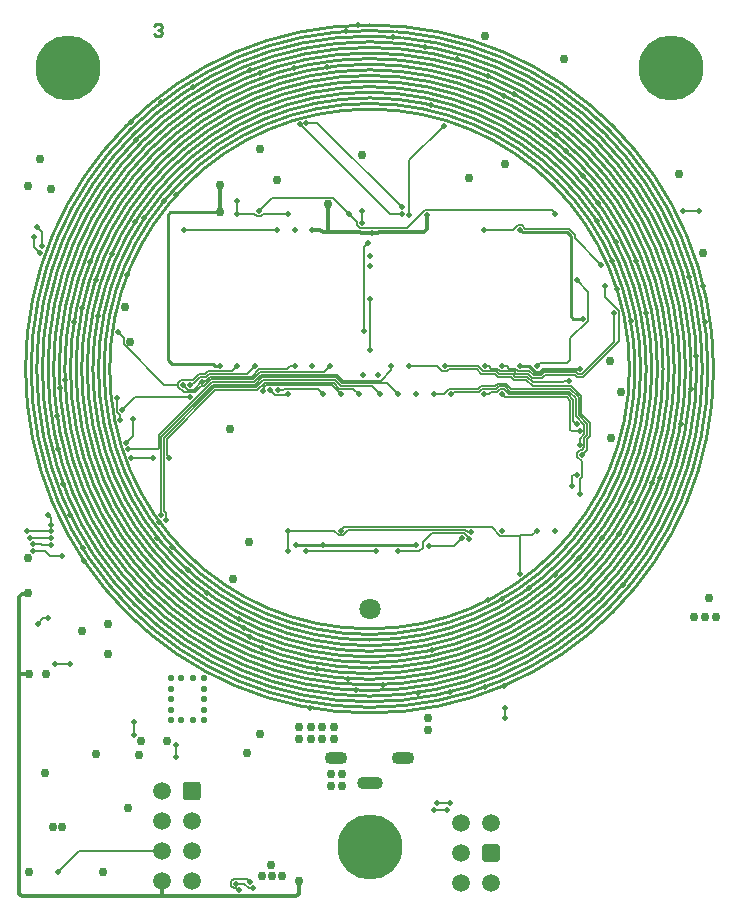
<source format=gbr>
%TF.GenerationSoftware,Altium Limited,Altium Designer,20.1.8 (145)*%
G04 Layer_Physical_Order=3*
G04 Layer_Color=16440176*
%FSLAX44Y44*%
%MOMM*%
%TF.SameCoordinates,136F3CA4-168E-489F-BF15-BD865E51D291*%
%TF.FilePolarity,Positive*%
%TF.FileFunction,Copper,L3,Inr,Signal*%
%TF.Part,Single*%
G01*
G75*
%TA.AperFunction,Conductor*%
%ADD10C,0.1270*%
%ADD11C,0.2540*%
%ADD12C,0.1524*%
%ADD47C,0.3048*%
%ADD48C,0.2032*%
%TA.AperFunction,NonConductor*%
%ADD49C,0.2540*%
%TA.AperFunction,ViaPad*%
%ADD50C,5.5000*%
%TA.AperFunction,ComponentPad*%
%ADD51C,0.5600*%
%ADD52O,2.2000X1.1000*%
%ADD53O,1.9000X1.1000*%
G04:AMPARAMS|DCode=54|XSize=1.5mm|YSize=1.5mm|CornerRadius=0.1875mm|HoleSize=0mm|Usage=FLASHONLY|Rotation=270.000|XOffset=0mm|YOffset=0mm|HoleType=Round|Shape=RoundedRectangle|*
%AMROUNDEDRECTD54*
21,1,1.5000,1.1250,0,0,270.0*
21,1,1.1250,1.5000,0,0,270.0*
1,1,0.3750,-0.5625,-0.5625*
1,1,0.3750,-0.5625,0.5625*
1,1,0.3750,0.5625,0.5625*
1,1,0.3750,0.5625,-0.5625*
%
%ADD54ROUNDEDRECTD54*%
%ADD55C,1.5000*%
G04:AMPARAMS|DCode=56|XSize=1.5mm|YSize=1.5mm|CornerRadius=0.15mm|HoleSize=0mm|Usage=FLASHONLY|Rotation=180.000|XOffset=0mm|YOffset=0mm|HoleType=Round|Shape=RoundedRectangle|*
%AMROUNDEDRECTD56*
21,1,1.5000,1.2000,0,0,180.0*
21,1,1.2000,1.5000,0,0,180.0*
1,1,0.3000,-0.6000,0.6000*
1,1,0.3000,0.6000,0.6000*
1,1,0.3000,0.6000,-0.6000*
1,1,0.3000,-0.6000,-0.6000*
%
%ADD56ROUNDEDRECTD56*%
%TA.AperFunction,ViaPad*%
%ADD57C,0.7600*%
%ADD58C,0.4600*%
%ADD59C,1.8000*%
%TA.AperFunction,Conductor*%
%ADD60C,0.2286*%
D10*
X179767Y-4135D02*
X206756Y22854D01*
Y47649D01*
X210891Y23756D02*
Y49362D01*
X180714Y-6421D02*
X210891Y23756D01*
X175540Y74930D02*
X185263Y65207D01*
Y40989D02*
Y65207D01*
X170135Y25861D02*
X185263Y40989D01*
X170135Y7873D02*
Y25861D01*
X144685Y4865D02*
X167127D01*
X170135Y7873D01*
X17135Y130969D02*
X27710D01*
X-59010Y207115D02*
X17135Y130969D01*
X-31157Y144695D02*
X-17526Y131064D01*
X-10688Y124226D01*
Y121621D02*
Y124226D01*
Y121621D02*
X-8265Y119199D01*
X-317D01*
X-82643Y144695D02*
X-31157D01*
X-93816Y133522D02*
X-93816D01*
X-82643Y144695D01*
X-53411Y208629D02*
X-44198D01*
X27662Y136769D01*
X62619Y206052D02*
X62619D01*
X33500Y130208D02*
Y176933D01*
X62619Y206052D01*
X-174071Y-13171D02*
X-161977D01*
X-208088Y20846D02*
X-174071Y-13171D01*
X-213106Y31057D02*
X-208088Y26039D01*
Y20846D02*
Y26039D01*
X-198176Y-23912D02*
X-152011D01*
X-209410Y-35146D02*
X-198176Y-23912D01*
X-200480Y-56794D02*
Y-42725D01*
X-206111Y-62425D02*
X-200480Y-56794D01*
X173736Y111039D02*
Y113555D01*
X196380Y88395D02*
X196380D01*
X173736Y111039D02*
X196380Y88395D01*
X199209Y61044D02*
Y70366D01*
Y61044D02*
X210891Y49362D01*
X175540Y74930D02*
X175540D01*
X31643Y119199D02*
X46787Y134343D01*
X3752Y119199D02*
X31643D01*
X3430Y119521D02*
X3752Y119199D01*
X5Y119521D02*
X3430D01*
X-317Y119199D02*
X5Y119521D01*
X-136191Y-4241D02*
X-103421D01*
X-97000Y2180D01*
X-22692Y-9806D02*
X9682D01*
X18500Y-988D02*
Y2180D01*
X9682Y-9806D02*
X18500Y-988D01*
X133364Y-6527D02*
X137991Y-11153D01*
X163723D02*
X165004Y-9872D01*
X137991Y-11153D02*
X163723D01*
X171196Y-99060D02*
Y-90989D01*
X172272Y-89912D01*
X175540D01*
X-69250Y-154230D02*
Y-136820D01*
X45040Y-146173D02*
X52506Y-138707D01*
X42114Y-154230D02*
X45040Y-151303D01*
Y-146173D01*
X24250Y-154230D02*
X42114D01*
X52506Y-138707D02*
X80217D01*
X-21565Y-134135D02*
X103399D01*
X110287Y-141023D01*
X127456D01*
Y-141000D02*
X137888D01*
X127456Y-173591D02*
Y-141000D01*
X137888D02*
X142000Y-136888D01*
X50115Y-150070D02*
X71276D01*
X78504Y-142842D01*
X265735Y133858D02*
X278577D01*
X-178513Y-56261D02*
X-133350Y-11099D01*
X-178513Y-67055D02*
Y-56261D01*
X-133350Y-11099D02*
X-97965D01*
X-176227Y-57208D02*
X-132403Y-13385D01*
X-176227Y-123785D02*
Y-57208D01*
X-132403Y-13385D02*
X-97019D01*
X-173941Y-120224D02*
Y-58155D01*
X-131457Y-15671D01*
X-96072D01*
X-89826Y-9425D01*
X-29539D01*
X-171655Y-59102D02*
X-130510Y-17957D01*
X-171655Y-73022D02*
Y-59102D01*
X-130510Y-17957D02*
X-95125D01*
X80217Y-138707D02*
X82639Y-141129D01*
Y-141243D02*
Y-141129D01*
Y-141243D02*
X84234Y-142838D01*
Y-143739D02*
Y-142838D01*
X-18003Y-136421D02*
X81163D01*
X83012Y-138270D02*
X86166D01*
X81163Y-136421D02*
X83012Y-138270D01*
X-22537Y-140955D02*
X-18003Y-136421D01*
X-69250Y-136820D02*
X-30098D01*
X-25963Y-140955D01*
X-22537D01*
X-24250Y-136820D02*
X-21565Y-134135D01*
X46787Y134343D02*
X154076D01*
X157000Y131419D01*
X131977Y118691D02*
X168600D01*
X125287Y121955D02*
X128713D01*
X131977Y118691D01*
X121152Y117820D02*
X125287Y121955D01*
X168600Y118691D02*
X173736Y113555D01*
X97000Y117820D02*
X121152D01*
X-283709Y102891D02*
Y112064D01*
Y102891D02*
Y102891D01*
X174180Y-5207D02*
X175394Y-6421D01*
X148848Y-5207D02*
X174180D01*
X175394Y-6421D02*
X180714D01*
X176341Y-4135D02*
X179767D01*
X-245728Y-407780D02*
X-175424D01*
X-263880Y-425932D02*
X-245728Y-407780D01*
X-6553Y123334D02*
Y133890D01*
X-68916Y131236D02*
X-68834Y131318D01*
X-92103Y129387D02*
X-90254Y131236D01*
X-97714Y131572D02*
X-95528Y129387D01*
X-90254Y131236D02*
X-68916D01*
X-95528Y129387D02*
X-92103D01*
X-148823Y-17491D02*
X-141495Y-10163D01*
X-148687Y-11507D02*
X-143713Y-6533D01*
X-149479Y-11507D02*
X-148687D01*
X-143713Y-6533D02*
X-138483D01*
X-136191Y-4241D01*
X-152042Y-13356D02*
X-151328D01*
X-149479Y-11507D01*
X-161977Y-15069D02*
Y-13171D01*
Y-15069D02*
X-157268Y-19777D01*
X-161977Y-13171D02*
Y-11643D01*
X-159982Y-9649D01*
X-159555Y-9221D02*
X-149634D01*
X-157268Y-19777D02*
X-147876D01*
X-169806Y-75438D02*
Y-74871D01*
X-171655Y-73022D02*
X-169806Y-74871D01*
X-201657Y-75585D02*
X-183481D01*
X-204355Y-67952D02*
X-179411D01*
X-178513Y-67055D01*
X-142902Y-14803D02*
X-140287D01*
X-147876Y-19777D02*
X-142902Y-14803D01*
X-153755Y-17491D02*
X-148823D01*
X-157842Y-13404D02*
X-153755Y-17491D01*
X-157842Y-13404D02*
Y-13356D01*
X-112000Y131572D02*
X-97714D01*
X-213984Y-24277D02*
X-213984Y-24277D01*
Y-36420D02*
X-211072Y-39333D01*
X-213984Y-36420D02*
Y-24277D01*
X-87932Y-13997D02*
X-31433D01*
X-89847Y-18527D02*
X-89343Y-18023D01*
Y-15408D01*
X-87932Y-13997D01*
X-84061Y-18132D02*
X-79926Y-22267D01*
X-71238D01*
Y-22267D02*
X-70151Y-21180D01*
X-69250D01*
X-95125Y-17957D02*
X-88879Y-11711D01*
X-30486D01*
X-90773Y-7139D02*
X-28592D01*
X-97019Y-13385D02*
X-90773Y-7139D01*
X-97965Y-11099D02*
X-91720Y-4853D01*
X-27645D01*
X-134297Y-8813D02*
X-98912D01*
X-92666Y-2567D02*
X-38247D01*
X-98912Y-8813D02*
X-92666Y-2567D01*
X-99859Y-6527D02*
X-93613Y-281D01*
X-135244Y-6527D02*
X-99859D01*
X-93613Y-281D02*
X-69985D01*
X-211072Y-42887D02*
X-211036Y-42922D01*
X-211072Y-42887D02*
Y-39333D01*
X-140287Y-14803D02*
X-134297Y-8813D01*
X-149634Y-9221D02*
X-144660Y-4247D01*
X-139430D02*
X-137138Y-1955D01*
X-144660Y-4247D02*
X-139430D01*
X-137138Y-1955D02*
X-116135D01*
X-112000Y2180D01*
X-141495Y-10163D02*
X-138880D01*
X-135244Y-6527D01*
X165004Y-9872D02*
X168712D01*
X-112000Y2180D02*
X-112000D01*
X-67524D02*
X-63500D01*
X-69985Y-281D02*
X-67524Y2180D01*
X97000Y-21180D02*
X100765D01*
X102614Y-19331D02*
X108001D01*
X100765Y-21180D02*
X102614Y-19331D01*
X108001D02*
X110287Y-17045D01*
X113713D01*
X112000Y2180D02*
X116202D01*
X118051Y331D02*
X123001D01*
X116202Y2180D02*
X118051Y331D01*
X123001D02*
X125287Y-1955D01*
X135258D01*
X97434Y2180D02*
X101164D01*
X103013Y331D01*
X108001D01*
X110287Y-1955D01*
X122054D01*
X94775Y-4241D02*
X106108D01*
X108393Y-6527D01*
X120161D01*
X95722Y-1955D02*
X107054D01*
X109340Y-4241D02*
X121108D01*
X107054Y-1955D02*
X109340Y-4241D01*
X122054Y-1955D02*
X124340Y-4241D01*
X-173941Y-120224D02*
X-172092Y-122073D01*
Y-127844D02*
Y-122073D01*
X-172318Y-128071D02*
X-172092Y-127844D01*
X186533Y-56733D02*
Y-45551D01*
X179279Y-38297D02*
X186533Y-45551D01*
X184247Y-59019D02*
X186533Y-56733D01*
X184247Y-68584D02*
Y-59019D01*
X180112Y-72719D02*
X184247Y-68584D01*
Y-55786D02*
Y-46498D01*
X181961Y-58072D02*
X184247Y-55786D01*
X176993Y-39244D02*
X184247Y-46498D01*
X181961Y-54839D02*
Y-47444D01*
X177826Y-58974D02*
X181961Y-54839D01*
X174707Y-40190D02*
X181961Y-47444D01*
X177826Y-64489D02*
Y-58974D01*
X132545Y-8940D02*
X138326Y-14721D01*
X170914D01*
X179279Y-23085D01*
X170135Y-51304D02*
Y-26873D01*
X171033Y-52202D02*
X177826D01*
X170135Y-51304D02*
X171033Y-52202D01*
X175127Y-2921D02*
X176341Y-4135D01*
X177894Y-93406D02*
X179675Y-91625D01*
X177894Y-105853D02*
Y-93406D01*
X179675Y-91625D02*
Y-78129D01*
X175977Y-74431D02*
X179675Y-78129D01*
X175977Y-71006D02*
X178399Y-68584D01*
X179579D01*
X181961Y-66201D01*
X175977Y-74431D02*
Y-71006D01*
X181961Y-66201D02*
Y-58072D01*
X172421Y-43752D02*
X175540Y-46871D01*
X172421Y-43752D02*
Y-25926D01*
X174707Y-40190D02*
Y-24979D01*
X176993Y-39244D02*
Y-24032D01*
X179279Y-38297D02*
Y-23085D01*
X146258Y-7797D02*
X148848Y-5207D01*
X147901Y-2921D02*
X175127D01*
X145311Y-5511D02*
X147901Y-2921D01*
X169968Y-17007D02*
X176993Y-24032D01*
X120141Y-17007D02*
X169968D01*
X119194Y-19293D02*
X169021D01*
X174707Y-24979D01*
X118247Y-21579D02*
X168074D01*
X172421Y-25926D01*
X114685Y-23865D02*
X167127D01*
X170135Y-26873D01*
X142000Y2180D02*
X144685Y4865D01*
X94247Y-14759D02*
X106108D01*
X108393Y-12473D02*
X115607D01*
X106108Y-14759D02*
X108393Y-12473D01*
X95287Y-17045D02*
X107054D01*
X109340Y-14759D02*
X114660D01*
X107054Y-17045D02*
X109340Y-14759D01*
X114660D02*
X119194Y-19293D01*
X69250Y-21180D02*
X69964D01*
X93001Y-19331D02*
X95287Y-17045D01*
X69964Y-21180D02*
X71813Y-19331D01*
X93001D01*
X115607Y-12473D02*
X120141Y-17007D01*
X91961Y-17045D02*
X94247Y-14759D01*
X67537Y-17045D02*
X91961D01*
X63402Y-21180D02*
X67537Y-17045D01*
X54250Y-21180D02*
X63402D01*
X113713Y-17045D02*
X118247Y-21579D01*
X112000Y-21180D02*
X114685Y-23865D01*
X33500Y2180D02*
X57473D01*
X61735Y-2082D01*
X65265D01*
X90767Y-233D02*
X94775Y-4241D01*
X67114Y-233D02*
X90767D01*
X120161Y-6527D02*
X122574Y-8940D01*
X132545D01*
X65265Y-2082D02*
X67114Y-233D01*
X91587Y2180D02*
X95722Y-1955D01*
X63500Y2180D02*
X91587D01*
X137867Y-7797D02*
X146258D01*
X123393Y-6527D02*
X133364D01*
X121108Y-4241D02*
X123393Y-6527D01*
X135258Y-1955D02*
X138814Y-5511D01*
X124340Y-4241D02*
X134311D01*
X137867Y-7797D01*
X138814Y-5511D02*
X145311D01*
X-28592Y-7139D02*
X-23639Y-12092D01*
X15162D02*
X24250Y-21180D01*
X-23639Y-12092D02*
X15162D01*
X-38247Y-2567D02*
X-33500Y2180D01*
X-27645Y-4853D02*
X-22692Y-9806D01*
X2448Y-14378D02*
X9250Y-21180D01*
X-24586Y-14378D02*
X2448D01*
X-29539Y-9425D02*
X-24586Y-14378D01*
X-25533Y-16664D02*
X-13766D01*
X-9250Y-21180D01*
X-30486Y-11711D02*
X-25533Y-16664D01*
X-31433Y-13997D02*
X-24250Y-21180D01*
X-157000Y117820D02*
X-78500D01*
X-283709Y102891D02*
X-279095Y98278D01*
Y98278D01*
X-283709Y102891D02*
X-279095Y98278D01*
X-277115Y103729D02*
Y115545D01*
X-281905Y120334D02*
X-277115Y115545D01*
X-289820Y-137536D02*
X-269790D01*
X-287534Y-142867D02*
X-278254D01*
X-280549Y-215630D02*
X-276113Y-211194D01*
X-272279D01*
X-4500Y103394D02*
X-1243Y106651D01*
X-4500Y32224D02*
Y103394D01*
X-1243Y106651D02*
Y106651D01*
X114795Y-287203D02*
X114885Y-287294D01*
Y-295382D02*
X114976Y-295473D01*
X114885Y-295382D02*
Y-287294D01*
X-269866Y-131737D02*
Y-126162D01*
X-272279Y-123749D02*
X-269866Y-126162D01*
X-272279Y-123749D02*
Y-123527D01*
X-277785Y-143336D02*
X-269866D01*
X-277013Y-149136D02*
X-269866D01*
X-270945Y-158153D02*
X-260722D01*
X-285121Y-148141D02*
X-278008D01*
X-277013Y-149136D01*
X-275157Y-153941D02*
X-270945Y-158153D01*
X-278254Y-142867D02*
X-277785Y-143336D01*
X-285121Y-153941D02*
X-275157D01*
X-199724Y-309658D02*
Y-299084D01*
X-163612Y-328568D02*
Y-318012D01*
X-104027Y-431518D02*
X-101201Y-434344D01*
X-113027Y-435653D02*
X-106365D01*
X-114740Y-431518D02*
X-104027D01*
X-117162Y-433940D02*
X-114740Y-431518D01*
X-111486Y-441452D02*
X-110741D01*
X-117162Y-437365D02*
Y-433940D01*
Y-437365D02*
X-114740Y-439788D01*
X-253700Y-249912D02*
X-253626Y-249837D01*
X-266467Y-249912D02*
X-253700D01*
X-113150Y-439788D02*
X-111486Y-441452D01*
X-114740Y-439788D02*
X-113150D01*
X54517Y-373630D02*
X65834D01*
X56803Y-367284D02*
X68120D01*
X-102343Y-439674D02*
X-98915D01*
X-106365Y-435653D02*
X-102343Y-439674D01*
D11*
X172566Y42702D02*
X181128D01*
X127000Y117820D02*
X127557D01*
X129607Y115770D01*
X170770Y44498D02*
Y112390D01*
X167390Y115770D02*
X170770Y112390D01*
X129607Y115770D02*
X167390D01*
X170770Y44498D02*
X172566Y42702D01*
X143976Y-2590D02*
X146566Y0D01*
X178054D01*
X127000Y2180D02*
X135254D01*
X126853D02*
X127000D01*
X135254D02*
X140024Y-2590D01*
X143976D01*
X-170770Y7610D02*
Y130683D01*
X-168974Y132479D02*
X-127000D01*
X-170770Y130683D02*
X-168974Y132479D01*
X-39250Y-149460D02*
X39250D01*
X-62000D02*
X-39250D01*
X-170770Y7610D02*
X-167390Y4230D01*
X-132767D01*
X-130717Y2180D02*
X-127000D01*
X-132767Y4230D02*
X-130717Y2180D01*
D12*
X-54102Y-154230D02*
X-54064Y-154268D01*
X5608D01*
X-112000Y131572D02*
Y142128D01*
D47*
X48500Y130208D02*
Y130716D01*
Y118179D02*
Y130208D01*
X-39743Y116024D02*
X-35461D01*
Y139244D01*
X1717Y115386D02*
X7367D01*
X-7367D02*
X1717D01*
X-35461Y116024D02*
X-8005D01*
X-7367Y115386D01*
X7367D02*
X8005Y116024D01*
X46345D01*
X48500Y118179D01*
X-41539Y117820D02*
X-39743Y116024D01*
X-48500Y117820D02*
X-41539D01*
X-175424Y-446476D02*
X-62127D01*
X-59971Y-444321D01*
Y-433380D01*
X-294321Y-446476D02*
X-175424D01*
X-296476Y-444321D02*
X-294321Y-446476D01*
X-296476Y-444321D02*
Y-258298D01*
Y-193234D02*
X-293922Y-190679D01*
X-296476Y-258298D02*
Y-193234D01*
X-293922Y-190679D02*
X-290195D01*
X-289324Y-189808D01*
X-296476Y-258298D02*
X-288562D01*
X-175424Y-446476D02*
Y-433180D01*
X-127000Y132479D02*
Y155433D01*
D48*
X-77750Y-18132D02*
X-77750Y-18132D01*
X-72028Y-16664D02*
X-43766D01*
X-77750Y-18132D02*
X-73496D01*
X-72028Y-16664D01*
X-43766D02*
X-39250Y-21180D01*
Y-21180D02*
Y-21180D01*
X282Y16462D02*
Y58590D01*
Y16462D02*
X359Y16385D01*
X0Y58872D02*
X282Y58590D01*
D49*
X-182537Y290765D02*
X-180844Y292458D01*
X-177458D01*
X-175765Y290765D01*
Y289073D01*
X-177458Y287380D01*
X-179151D01*
X-177458D01*
X-175765Y285687D01*
Y283994D01*
X-177458Y282302D01*
X-180844D01*
X-182537Y283994D01*
D50*
X0Y-405000D02*
D03*
X255000Y255000D02*
D03*
X-255000D02*
D03*
D51*
X-168351Y-297339D02*
D03*
X-140411D02*
D03*
X-159461D02*
D03*
X-168351Y-261779D02*
D03*
X-140411D02*
D03*
X-159461D02*
D03*
X-168351Y-279559D02*
D03*
Y-288449D02*
D03*
Y-270669D02*
D03*
X-140411Y-279559D02*
D03*
Y-288449D02*
D03*
Y-270669D02*
D03*
X-149301Y-261779D02*
D03*
Y-297339D02*
D03*
D52*
X0Y-350750D02*
D03*
D53*
X28000Y-329250D02*
D03*
X-28000D02*
D03*
D54*
X-150023Y-356980D02*
D03*
D55*
Y-382380D02*
D03*
Y-407780D02*
D03*
Y-433180D02*
D03*
X-175424Y-356980D02*
D03*
Y-382380D02*
D03*
Y-407780D02*
D03*
Y-433180D02*
D03*
X102900Y-435400D02*
D03*
Y-384600D02*
D03*
X77500D02*
D03*
Y-410000D02*
D03*
Y-435400D02*
D03*
D56*
X102900Y-410000D02*
D03*
D57*
X262068Y164768D02*
D03*
X97994Y281938D02*
D03*
X-202637Y23104D02*
D03*
X212631Y-19464D02*
D03*
X-206931Y52554D02*
D03*
X49844Y-305775D02*
D03*
Y-295457D02*
D03*
X203609Y6862D02*
D03*
X-102224Y-146155D02*
D03*
X-118380Y-51067D02*
D03*
X-78760Y159713D02*
D03*
X-6017Y181483D02*
D03*
X84448Y161834D02*
D03*
X-35461Y139244D02*
D03*
X282468Y97990D02*
D03*
X164940Y262058D02*
D03*
X-288838Y154949D02*
D03*
X-270052Y152624D02*
D03*
X-279268Y177530D02*
D03*
X-115736Y-178218D02*
D03*
X204592Y-58849D02*
D03*
X-91471Y-429514D02*
D03*
X-82971D02*
D03*
X-74471D02*
D03*
X-83058Y-419914D02*
D03*
X115079Y173865D02*
D03*
X-93032Y186594D02*
D03*
X-288562Y-258298D02*
D03*
X-289324Y-189808D02*
D03*
Y-160444D02*
D03*
X-171704Y-315309D02*
D03*
X-204732Y-371570D02*
D03*
X-195580Y-326505D02*
D03*
X-260350Y-387858D02*
D03*
X-268224Y-387731D02*
D03*
X-127000Y155433D02*
D03*
Y132479D02*
D03*
X-193802Y-315309D02*
D03*
X-243078Y-222130D02*
D03*
X-59971Y-433380D02*
D03*
X274457Y-210047D02*
D03*
X293319D02*
D03*
X-92964Y-308809D02*
D03*
X-225552Y-425704D02*
D03*
X-221488Y-215630D02*
D03*
X-32721Y-352980D02*
D03*
X-22911D02*
D03*
X-32721Y-343020D02*
D03*
X-22911D02*
D03*
X284004Y-210047D02*
D03*
X287274Y-194000D02*
D03*
X-103378Y-325492D02*
D03*
X-49832Y-313395D02*
D03*
Y-303077D02*
D03*
X-59792Y-313395D02*
D03*
Y-303077D02*
D03*
X-39872D02*
D03*
Y-313395D02*
D03*
X-29912Y-303077D02*
D03*
Y-313395D02*
D03*
X-288081Y-425704D02*
D03*
X-274570Y-341884D02*
D03*
X-231562Y-325882D02*
D03*
X-274062Y-258572D02*
D03*
X-221488Y-241630D02*
D03*
D58*
X97989Y-269222D02*
D03*
X283712Y39873D02*
D03*
X265735Y133858D02*
D03*
X278577D02*
D03*
X270835Y77661D02*
D03*
X99878Y-196021D02*
D03*
X-163492Y147209D02*
D03*
X-205042Y79736D02*
D03*
X-177984Y-129313D02*
D03*
X209232Y67984D02*
D03*
X192475Y124995D02*
D03*
X134897Y-185669D02*
D03*
X51626Y223618D02*
D03*
X62619Y206052D02*
D03*
X-153566Y-170552D02*
D03*
X-179609Y-142867D02*
D03*
X-190822Y127503D02*
D03*
X-243070Y51666D02*
D03*
X-152011Y-23912D02*
D03*
X276786Y10875D02*
D03*
X127456Y-173591D02*
D03*
X84234Y-143739D02*
D03*
X78504Y-142842D02*
D03*
X50115Y-150070D02*
D03*
X86166Y-138270D02*
D03*
X-24250Y-136820D02*
D03*
X24250Y-154230D02*
D03*
X5608Y-154268D02*
D03*
X-54102Y-154230D02*
D03*
X-69250D02*
D03*
X181128Y42702D02*
D03*
X-263879Y-425958D02*
D03*
X-6553Y133890D02*
D03*
X-183481Y-75585D02*
D03*
X-152042Y-13356D02*
D03*
X-6553Y123334D02*
D03*
X-112000Y131572D02*
D03*
X-93816Y133522D02*
D03*
X-112000Y142128D02*
D03*
X-236429Y90757D02*
D03*
X-68834Y131318D02*
D03*
X27662Y136769D02*
D03*
X27710Y130969D02*
D03*
X-53411Y208629D02*
D03*
X-59010Y207115D02*
D03*
X33500Y130208D02*
D03*
X157000Y131419D02*
D03*
X-17526Y131064D02*
D03*
X196380Y88395D02*
D03*
X97000Y117820D02*
D03*
X-213984Y-24277D02*
D03*
X-213106Y31057D02*
D03*
X-89847Y-18527D02*
D03*
X-84061Y-18132D02*
D03*
X-77750D02*
D03*
X-169806Y-75585D02*
D03*
X-201657D02*
D03*
X-200480Y-42725D02*
D03*
X-209410Y-35146D02*
D03*
X-211036Y-42922D02*
D03*
X-206111Y-62425D02*
D03*
X-204355Y-67952D02*
D03*
X-157842Y-13356D02*
D03*
X220986Y40957D02*
D03*
X206756Y47649D02*
D03*
X-167022Y-150387D02*
D03*
X-137689Y-189512D02*
D03*
X-172318Y-128071D02*
D03*
X-176227Y-123785D02*
D03*
X-97000Y2180D02*
D03*
X-112000D02*
D03*
X-142000Y-10668D02*
D03*
X177894Y-105853D02*
D03*
X180112Y-72719D02*
D03*
X177826Y-64489D02*
D03*
Y-52202D02*
D03*
X175540Y-46871D02*
D03*
X168712Y-9872D02*
D03*
X178054Y0D02*
D03*
X175540Y74930D02*
D03*
X199209Y70366D02*
D03*
X234202Y47649D02*
D03*
X175540Y-89912D02*
D03*
X214244Y-182982D02*
D03*
X171196Y-99060D02*
D03*
X127000Y2180D02*
D03*
X142000D02*
D03*
X112000D02*
D03*
X112000Y-21180D02*
D03*
X97000D02*
D03*
X97434Y2180D02*
D03*
X63500D02*
D03*
X69250Y-21180D02*
D03*
X18500Y2180D02*
D03*
X33500D02*
D03*
X-5339Y-4845D02*
D03*
X6786D02*
D03*
X-157000Y117820D02*
D03*
X-63500Y2180D02*
D03*
X-48500D02*
D03*
X-11875Y-271991D02*
D03*
X-279095Y98278D02*
D03*
X-277115Y103729D02*
D03*
X-50575Y-286825D02*
D03*
X-62000Y-149460D02*
D03*
X-39250D02*
D03*
X52749Y-237974D02*
D03*
X263436Y-46451D02*
D03*
X100207Y248022D02*
D03*
X-35907Y255489D02*
D03*
X181141Y163101D02*
D03*
X-105896Y-219545D02*
D03*
X239213Y-96649D02*
D03*
X221415Y-112817D02*
D03*
X-44801Y-254080D02*
D03*
X-257843Y-9004D02*
D03*
X-241457Y-162865D02*
D03*
X19654Y281064D02*
D03*
X282599Y70460D02*
D03*
X113800Y-268097D02*
D03*
X-149305Y238938D02*
D03*
X68162Y-273381D02*
D03*
X-10165Y291073D02*
D03*
X-253235Y-123511D02*
D03*
X-269790Y-137536D02*
D03*
X-287534Y-142867D02*
D03*
X-289820Y-137536D02*
D03*
X-90757Y-236429D02*
D03*
X157652Y198195D02*
D03*
X166279Y184671D02*
D03*
X-231820Y75323D02*
D03*
X226001Y91310D02*
D03*
X205319Y91414D02*
D03*
X211182Y-139778D02*
D03*
X197198Y-143273D02*
D03*
X112375Y-194639D02*
D03*
X40943Y-273957D02*
D03*
X11668Y-267245D02*
D03*
X-18328Y-262110D02*
D03*
X-101074Y-227016D02*
D03*
X-110358Y-211996D02*
D03*
X-242966Y-151822D02*
D03*
X-259458Y-97008D02*
D03*
X-263578Y-68166D02*
D03*
X-264562Y-39539D02*
D03*
X-262260Y-16041D02*
D03*
X-250132Y39617D02*
D03*
X-229946Y44697D02*
D03*
X-218337Y97210D02*
D03*
X-198655Y124134D02*
D03*
X-174045Y142200D02*
D03*
X-202319Y209508D02*
D03*
X-197570Y194152D02*
D03*
X-176387Y225765D02*
D03*
X-100884Y252868D02*
D03*
X-92586Y250966D02*
D03*
X-63565Y254945D02*
D03*
X-19985Y285802D02*
D03*
X46910Y272999D02*
D03*
X73900Y262029D02*
D03*
X122340Y232530D02*
D03*
X114110Y231393D02*
D03*
X193355Y140481D02*
D03*
X208252Y107257D02*
D03*
X156744Y-174082D02*
D03*
X177612Y-159922D02*
D03*
X246111Y-92017D02*
D03*
X271742Y-16621D02*
D03*
X536Y95273D02*
D03*
X-1243Y106651D02*
D03*
X114795Y-287203D02*
D03*
X114976Y-295473D02*
D03*
X-281905Y120334D02*
D03*
X-283709Y112064D02*
D03*
X-272279Y-123527D02*
D03*
X-269866Y-143336D02*
D03*
Y-149136D02*
D03*
X-260722Y-158153D02*
D03*
X-285121Y-148141D02*
D03*
X-269866Y-131737D02*
D03*
X-199724Y-299084D02*
D03*
X359Y16385D02*
D03*
X39250Y-21180D02*
D03*
X0Y58872D02*
D03*
X-39250Y-21180D02*
D03*
X-285121Y-153941D02*
D03*
X-163612Y-318012D02*
D03*
Y-328568D02*
D03*
X-199724Y-309658D02*
D03*
X-272279Y-211194D02*
D03*
X-101201Y-434344D02*
D03*
X-113027Y-435653D02*
D03*
X-110741Y-441452D02*
D03*
X-69250Y-21180D02*
D03*
X65834Y-373630D02*
D03*
X68120Y-367284D02*
D03*
X56803D02*
D03*
X-253626Y-249837D02*
D03*
X-266467D02*
D03*
X-98915Y-439674D02*
D03*
X54517Y-373630D02*
D03*
X-4500Y32224D02*
D03*
X-127000Y2180D02*
D03*
X-280549Y-215630D02*
D03*
X0Y86985D02*
D03*
X39250Y-149460D02*
D03*
X-63500Y117820D02*
D03*
X24250Y-21180D02*
D03*
X112000Y-136888D02*
D03*
X157000D02*
D03*
X1717Y115386D02*
D03*
X-69250Y-136820D02*
D03*
X-24250Y-21180D02*
D03*
X-9250D02*
D03*
X9250D02*
D03*
X54250D02*
D03*
X142000Y-136888D02*
D03*
X127000Y117820D02*
D03*
X-33500Y2180D02*
D03*
X48500Y130208D02*
D03*
X-48500Y117820D02*
D03*
X-78500D02*
D03*
D59*
X0Y-203484D02*
D03*
D60*
X281750Y0D02*
G03*
X281750Y0I-281750J0D01*
G01*
X291250D02*
G03*
X291250Y0I-291250J0D01*
G01*
X220000D02*
G03*
X220000Y0I-220000J0D01*
G01*
X286500D02*
G03*
X286500Y0I-286500J0D01*
G01*
X224750D02*
G03*
X224750Y0I-224750J0D01*
G01*
X248500D02*
G03*
X248500Y0I-248500J0D01*
G01*
X253250D02*
G03*
X253250Y0I-253250J0D01*
G01*
X277000D02*
G03*
X277000Y0I-277000J0D01*
G01*
X272250D02*
G03*
X272250Y0I-272250J0D01*
G01*
X262750D02*
G03*
X262750Y0I-262750J0D01*
G01*
X229500D02*
G03*
X229500Y0I-229500J0D01*
G01*
X234250D02*
G03*
X234250Y0I-234250J0D01*
G01*
X239000D02*
G03*
X239000Y0I-239000J0D01*
G01*
X243750D02*
G03*
X243750Y0I-243750J0D01*
G01*
X267500D02*
G03*
X267500Y0I-267500J0D01*
G01*
X258000D02*
G03*
X258000Y0I-258000J0D01*
G01*
X214244Y-182982D02*
X214244Y-182982D01*
%TF.MD5,709161e9cbbeae6dff5965b11b7002ce*%
M02*

</source>
